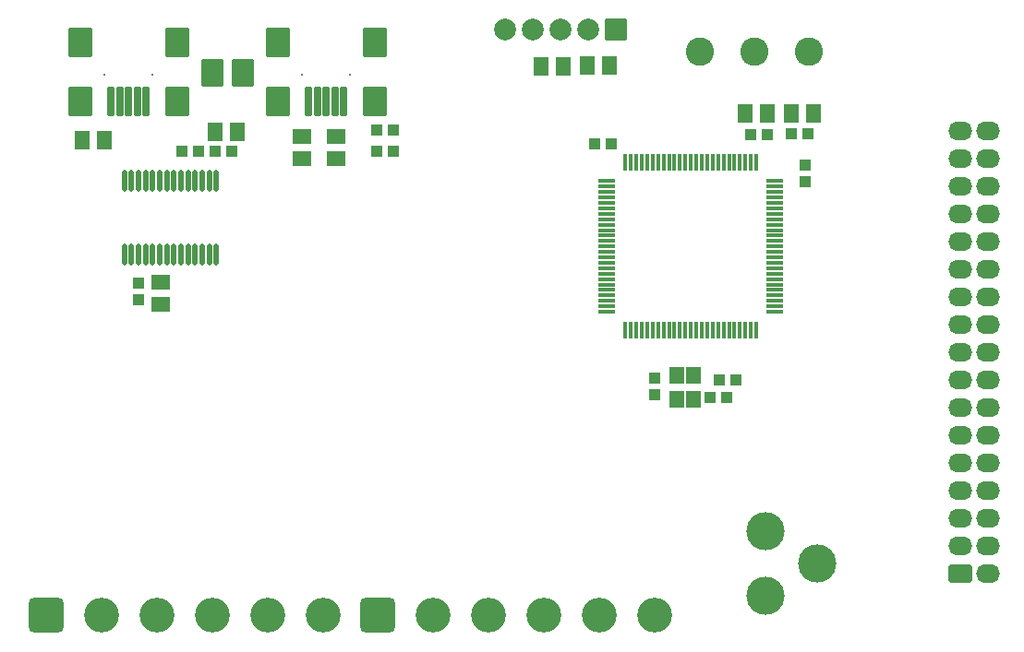
<source format=gts>
G04 Layer_Color=8388736*
%FSLAX24Y24*%
%MOIN*%
G70*
G01*
G75*
G04:AMPARAMS|DCode=47|XSize=77.9mil|YSize=101.9mil|CornerRadius=4.6mil|HoleSize=0mil|Usage=FLASHONLY|Rotation=0.000|XOffset=0mil|YOffset=0mil|HoleType=Round|Shape=RoundedRectangle|*
%AMROUNDEDRECTD47*
21,1,0.0779,0.0926,0,0,0.0*
21,1,0.0686,0.1019,0,0,0.0*
1,1,0.0093,0.0343,-0.0463*
1,1,0.0093,-0.0343,-0.0463*
1,1,0.0093,-0.0343,0.0463*
1,1,0.0093,0.0343,0.0463*
%
%ADD47ROUNDEDRECTD47*%
%ADD48O,0.0217X0.0787*%
G04:AMPARAMS|DCode=49|XSize=39.9mil|YSize=42.9mil|CornerRadius=4.3mil|HoleSize=0mil|Usage=FLASHONLY|Rotation=0.000|XOffset=0mil|YOffset=0mil|HoleType=Round|Shape=RoundedRectangle|*
%AMROUNDEDRECTD49*
21,1,0.0399,0.0344,0,0,0.0*
21,1,0.0314,0.0429,0,0,0.0*
1,1,0.0085,0.0157,-0.0172*
1,1,0.0085,-0.0157,-0.0172*
1,1,0.0085,-0.0157,0.0172*
1,1,0.0085,0.0157,0.0172*
%
%ADD49ROUNDEDRECTD49*%
G04:AMPARAMS|DCode=50|XSize=14.6mil|YSize=63mil|CornerRadius=4.6mil|HoleSize=0mil|Usage=FLASHONLY|Rotation=180.000|XOffset=0mil|YOffset=0mil|HoleType=Round|Shape=RoundedRectangle|*
%AMROUNDEDRECTD50*
21,1,0.0146,0.0537,0,0,180.0*
21,1,0.0053,0.0630,0,0,180.0*
1,1,0.0093,-0.0027,0.0269*
1,1,0.0093,0.0027,0.0269*
1,1,0.0093,0.0027,-0.0269*
1,1,0.0093,-0.0027,-0.0269*
%
%ADD50ROUNDEDRECTD50*%
G04:AMPARAMS|DCode=51|XSize=14.6mil|YSize=63mil|CornerRadius=4.6mil|HoleSize=0mil|Usage=FLASHONLY|Rotation=270.000|XOffset=0mil|YOffset=0mil|HoleType=Round|Shape=RoundedRectangle|*
%AMROUNDEDRECTD51*
21,1,0.0146,0.0537,0,0,270.0*
21,1,0.0053,0.0630,0,0,270.0*
1,1,0.0093,-0.0269,-0.0027*
1,1,0.0093,-0.0269,0.0027*
1,1,0.0093,0.0269,0.0027*
1,1,0.0093,0.0269,-0.0027*
%
%ADD51ROUNDEDRECTD51*%
G04:AMPARAMS|DCode=52|XSize=55.9mil|YSize=67.9mil|CornerRadius=4.4mil|HoleSize=0mil|Usage=FLASHONLY|Rotation=90.000|XOffset=0mil|YOffset=0mil|HoleType=Round|Shape=RoundedRectangle|*
%AMROUNDEDRECTD52*
21,1,0.0559,0.0590,0,0,90.0*
21,1,0.0470,0.0679,0,0,90.0*
1,1,0.0088,0.0295,0.0235*
1,1,0.0088,0.0295,-0.0235*
1,1,0.0088,-0.0295,-0.0235*
1,1,0.0088,-0.0295,0.0235*
%
%ADD52ROUNDEDRECTD52*%
G04:AMPARAMS|DCode=53|XSize=55.9mil|YSize=67.9mil|CornerRadius=4.4mil|HoleSize=0mil|Usage=FLASHONLY|Rotation=180.000|XOffset=0mil|YOffset=0mil|HoleType=Round|Shape=RoundedRectangle|*
%AMROUNDEDRECTD53*
21,1,0.0559,0.0590,0,0,180.0*
21,1,0.0470,0.0679,0,0,180.0*
1,1,0.0088,-0.0235,0.0295*
1,1,0.0088,0.0235,0.0295*
1,1,0.0088,0.0235,-0.0295*
1,1,0.0088,-0.0235,-0.0295*
%
%ADD53ROUNDEDRECTD53*%
G04:AMPARAMS|DCode=54|XSize=39.9mil|YSize=42.9mil|CornerRadius=4.3mil|HoleSize=0mil|Usage=FLASHONLY|Rotation=270.000|XOffset=0mil|YOffset=0mil|HoleType=Round|Shape=RoundedRectangle|*
%AMROUNDEDRECTD54*
21,1,0.0399,0.0344,0,0,270.0*
21,1,0.0314,0.0429,0,0,270.0*
1,1,0.0085,-0.0172,-0.0157*
1,1,0.0085,-0.0172,0.0157*
1,1,0.0085,0.0172,0.0157*
1,1,0.0085,0.0172,-0.0157*
%
%ADD54ROUNDEDRECTD54*%
G04:AMPARAMS|DCode=55|XSize=63mil|YSize=55.1mil|CornerRadius=4.4mil|HoleSize=0mil|Usage=FLASHONLY|Rotation=90.000|XOffset=0mil|YOffset=0mil|HoleType=Round|Shape=RoundedRectangle|*
%AMROUNDEDRECTD55*
21,1,0.0630,0.0463,0,0,90.0*
21,1,0.0542,0.0551,0,0,90.0*
1,1,0.0088,0.0232,0.0271*
1,1,0.0088,0.0232,-0.0271*
1,1,0.0088,-0.0232,-0.0271*
1,1,0.0088,-0.0232,0.0271*
%
%ADD55ROUNDEDRECTD55*%
G04:AMPARAMS|DCode=56|XSize=103.9mil|YSize=23.9mil|CornerRadius=2.2mil|HoleSize=0mil|Usage=FLASHONLY|Rotation=270.000|XOffset=0mil|YOffset=0mil|HoleType=Round|Shape=RoundedRectangle|*
%AMROUNDEDRECTD56*
21,1,0.1039,0.0196,0,0,270.0*
21,1,0.0996,0.0239,0,0,270.0*
1,1,0.0043,-0.0098,-0.0498*
1,1,0.0043,-0.0098,0.0498*
1,1,0.0043,0.0098,0.0498*
1,1,0.0043,0.0098,-0.0498*
%
%ADD56ROUNDEDRECTD56*%
G04:AMPARAMS|DCode=57|XSize=107.9mil|YSize=87.9mil|CornerRadius=4.7mil|HoleSize=0mil|Usage=FLASHONLY|Rotation=270.000|XOffset=0mil|YOffset=0mil|HoleType=Round|Shape=RoundedRectangle|*
%AMROUNDEDRECTD57*
21,1,0.1079,0.0784,0,0,270.0*
21,1,0.0984,0.0879,0,0,270.0*
1,1,0.0095,-0.0392,-0.0492*
1,1,0.0095,-0.0392,0.0492*
1,1,0.0095,0.0392,0.0492*
1,1,0.0095,0.0392,-0.0492*
%
%ADD57ROUNDEDRECTD57*%
%ADD58C,0.1260*%
G04:AMPARAMS|DCode=59|XSize=126mil|YSize=126mil|CornerRadius=18.7mil|HoleSize=0mil|Usage=FLASHONLY|Rotation=270.000|XOffset=0mil|YOffset=0mil|HoleType=Round|Shape=RoundedRectangle|*
%AMROUNDEDRECTD59*
21,1,0.1260,0.0886,0,0,270.0*
21,1,0.0886,0.1260,0,0,270.0*
1,1,0.0374,-0.0443,-0.0443*
1,1,0.0374,-0.0443,0.0443*
1,1,0.0374,0.0443,0.0443*
1,1,0.0374,0.0443,-0.0443*
%
%ADD59ROUNDEDRECTD59*%
G04:AMPARAMS|DCode=60|XSize=78.7mil|YSize=78.7mil|CornerRadius=4.6mil|HoleSize=0mil|Usage=FLASHONLY|Rotation=180.000|XOffset=0mil|YOffset=0mil|HoleType=Round|Shape=RoundedRectangle|*
%AMROUNDEDRECTD60*
21,1,0.0787,0.0694,0,0,180.0*
21,1,0.0694,0.0787,0,0,180.0*
1,1,0.0093,-0.0347,0.0347*
1,1,0.0093,0.0347,0.0347*
1,1,0.0093,0.0347,-0.0347*
1,1,0.0093,-0.0347,-0.0347*
%
%ADD60ROUNDEDRECTD60*%
%ADD61C,0.0787*%
%ADD62C,0.1024*%
%ADD63C,0.1378*%
G04:AMPARAMS|DCode=64|XSize=86.6mil|YSize=66.9mil|CornerRadius=11.3mil|HoleSize=0mil|Usage=FLASHONLY|Rotation=0.000|XOffset=0mil|YOffset=0mil|HoleType=Round|Shape=RoundedRectangle|*
%AMROUNDEDRECTD64*
21,1,0.0866,0.0443,0,0,0.0*
21,1,0.0640,0.0669,0,0,0.0*
1,1,0.0226,0.0320,-0.0221*
1,1,0.0226,-0.0320,-0.0221*
1,1,0.0226,-0.0320,0.0221*
1,1,0.0226,0.0320,0.0221*
%
%ADD64ROUNDEDRECTD64*%
%ADD65O,0.0866X0.0669*%
%ADD66C,0.0079*%
D47*
X8308Y21890D02*
D03*
X9408D02*
D03*
D48*
X8465Y18002D02*
D03*
X8209D02*
D03*
X7953D02*
D03*
X7697D02*
D03*
X7441D02*
D03*
X7185D02*
D03*
X6929D02*
D03*
X6673D02*
D03*
X6417D02*
D03*
X6161D02*
D03*
X5906D02*
D03*
X5650D02*
D03*
X5394D02*
D03*
X5138D02*
D03*
X8465Y15325D02*
D03*
X8209D02*
D03*
X7953D02*
D03*
X7697D02*
D03*
X7441D02*
D03*
X7185D02*
D03*
X6929D02*
D03*
X6673D02*
D03*
X6417D02*
D03*
X6161D02*
D03*
X5906D02*
D03*
X5650D02*
D03*
X5394D02*
D03*
X5138D02*
D03*
D49*
X14837Y19843D02*
D03*
X14237D02*
D03*
X14857Y19065D02*
D03*
X14257D02*
D03*
X22721Y19341D02*
D03*
X22121D02*
D03*
X7830Y19085D02*
D03*
X7230D02*
D03*
X8411Y19075D02*
D03*
X9011D02*
D03*
X26294Y10157D02*
D03*
X26894D02*
D03*
X29208Y19705D02*
D03*
X29808D02*
D03*
X28341Y19685D02*
D03*
X27741D02*
D03*
X26609Y10797D02*
D03*
X27209D02*
D03*
D50*
X25197Y18661D02*
D03*
Y12598D02*
D03*
X23228Y18661D02*
D03*
X23425D02*
D03*
X23622D02*
D03*
X23819D02*
D03*
X24016D02*
D03*
X24213D02*
D03*
X24409D02*
D03*
X24606D02*
D03*
X24803D02*
D03*
X25000D02*
D03*
X25394D02*
D03*
X25591D02*
D03*
X25787D02*
D03*
X25984D02*
D03*
X26181D02*
D03*
X26378D02*
D03*
X26575D02*
D03*
X26772D02*
D03*
X26969D02*
D03*
X27165D02*
D03*
X27362D02*
D03*
X27559D02*
D03*
X27756D02*
D03*
X27953D02*
D03*
X25000Y12598D02*
D03*
X24803D02*
D03*
X24606D02*
D03*
X24409D02*
D03*
X24213D02*
D03*
X24016D02*
D03*
X23819D02*
D03*
X23622D02*
D03*
X23425D02*
D03*
X23228D02*
D03*
X27953D02*
D03*
X27756D02*
D03*
X27559D02*
D03*
X27362D02*
D03*
X27165D02*
D03*
X26969D02*
D03*
X26772D02*
D03*
X26575D02*
D03*
X26378D02*
D03*
X26181D02*
D03*
X25984D02*
D03*
X25787D02*
D03*
X25591D02*
D03*
X25394D02*
D03*
D51*
X22559Y15630D02*
D03*
X28622D02*
D03*
X22559Y16024D02*
D03*
Y16220D02*
D03*
Y16417D02*
D03*
Y16614D02*
D03*
Y16811D02*
D03*
Y17008D02*
D03*
Y17205D02*
D03*
Y17402D02*
D03*
Y17598D02*
D03*
Y17795D02*
D03*
Y17992D02*
D03*
Y15827D02*
D03*
X28622Y16024D02*
D03*
Y17992D02*
D03*
Y17795D02*
D03*
Y17598D02*
D03*
Y17402D02*
D03*
Y17205D02*
D03*
Y17008D02*
D03*
Y16811D02*
D03*
Y16614D02*
D03*
Y16417D02*
D03*
Y16220D02*
D03*
Y15827D02*
D03*
X22559Y13268D02*
D03*
Y13465D02*
D03*
Y13661D02*
D03*
Y13858D02*
D03*
Y14055D02*
D03*
Y14252D02*
D03*
Y14449D02*
D03*
Y14646D02*
D03*
Y14843D02*
D03*
Y15039D02*
D03*
Y15236D02*
D03*
Y15433D02*
D03*
X28622D02*
D03*
Y15236D02*
D03*
Y15039D02*
D03*
Y14843D02*
D03*
Y14646D02*
D03*
Y14449D02*
D03*
Y14252D02*
D03*
Y14055D02*
D03*
Y13858D02*
D03*
Y13661D02*
D03*
Y13465D02*
D03*
Y13268D02*
D03*
D52*
X12785Y19603D02*
D03*
Y18803D02*
D03*
X11545D02*
D03*
Y19603D02*
D03*
X6437Y13527D02*
D03*
Y14327D02*
D03*
D53*
X21864Y22156D02*
D03*
X22664D02*
D03*
X9209Y19764D02*
D03*
X8409D02*
D03*
X3606Y19459D02*
D03*
X4406D02*
D03*
X21000Y22126D02*
D03*
X20200D02*
D03*
X28343Y20443D02*
D03*
X27543D02*
D03*
X29206Y20433D02*
D03*
X30006D02*
D03*
D54*
X5650Y14316D02*
D03*
Y13716D02*
D03*
X24272Y10871D02*
D03*
Y10271D02*
D03*
X29705Y17987D02*
D03*
Y18587D02*
D03*
D55*
X25699Y10984D02*
D03*
X25069D02*
D03*
Y10118D02*
D03*
X25699D02*
D03*
D56*
X13061Y20866D02*
D03*
X12746D02*
D03*
X11801D02*
D03*
X12116D02*
D03*
X12431D02*
D03*
X5925D02*
D03*
X5610D02*
D03*
X4665D02*
D03*
X4980D02*
D03*
X5295D02*
D03*
D57*
X10681D02*
D03*
X10686Y23011D02*
D03*
X14181Y20866D02*
D03*
Y23011D02*
D03*
X3545Y20866D02*
D03*
X3550Y23011D02*
D03*
X7045Y20866D02*
D03*
Y23011D02*
D03*
D58*
X24301Y2303D02*
D03*
X22301D02*
D03*
X16301D02*
D03*
X18301D02*
D03*
X20301D02*
D03*
X12303Y2303D02*
D03*
X10303D02*
D03*
X4303D02*
D03*
X6303D02*
D03*
X8303D02*
D03*
D59*
X14301Y2303D02*
D03*
X2303Y2303D02*
D03*
D60*
X22894Y23474D02*
D03*
D61*
X21894D02*
D03*
X19894D02*
D03*
X18894D02*
D03*
X20894D02*
D03*
D62*
X29843Y22677D02*
D03*
X25906D02*
D03*
X27873D02*
D03*
D63*
X30148Y4173D02*
D03*
X28297Y2992D02*
D03*
Y5354D02*
D03*
D64*
X35327Y3811D02*
D03*
D65*
Y4811D02*
D03*
Y5811D02*
D03*
Y6811D02*
D03*
Y7811D02*
D03*
Y8811D02*
D03*
Y9811D02*
D03*
Y10811D02*
D03*
Y11811D02*
D03*
Y12811D02*
D03*
Y13811D02*
D03*
Y14811D02*
D03*
Y15811D02*
D03*
Y16811D02*
D03*
Y17811D02*
D03*
Y18811D02*
D03*
Y19811D02*
D03*
X36327Y3811D02*
D03*
Y4811D02*
D03*
Y5811D02*
D03*
Y6811D02*
D03*
Y7811D02*
D03*
Y8811D02*
D03*
Y9811D02*
D03*
Y10811D02*
D03*
Y11811D02*
D03*
Y12811D02*
D03*
Y13811D02*
D03*
Y14811D02*
D03*
Y15811D02*
D03*
Y16811D02*
D03*
Y17811D02*
D03*
Y18811D02*
D03*
Y19811D02*
D03*
D66*
X13296Y21846D02*
D03*
X11566D02*
D03*
X6160D02*
D03*
X4430D02*
D03*
M02*

</source>
